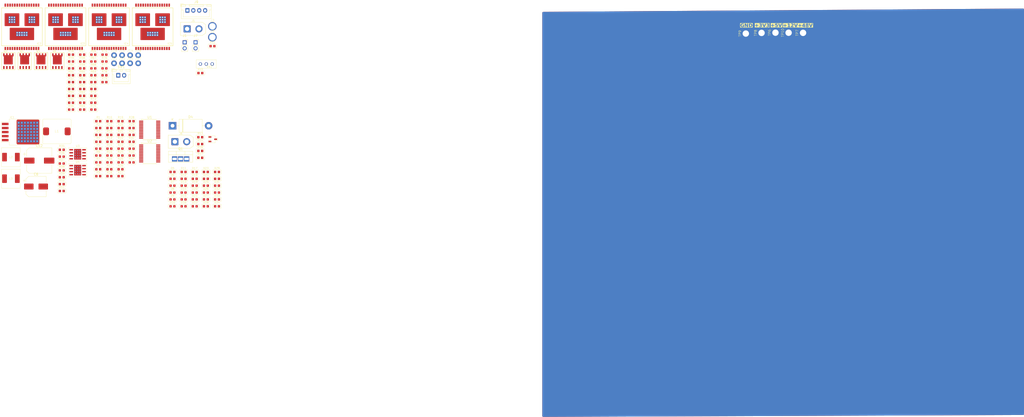
<source format=kicad_pcb>
(kicad_pcb (version 20240108) (generator "pcbnew") (generator_version "8.0")
  (layers (0 "F.Cu" signal) (31 "B.Cu" signal) (34 "B.Paste" user) (35 "F.Paste" user) (36 "B.SilkS" user "B.Silkscreen") (37 "F.SilkS" user "F.Silkscreen") (38 "B.Mask" user) (39 "F.Mask" user) (44 "Edge.Cuts" user))
  (net 0 "")
  (net 1 "GND")
  (net 2 "+12V")
  (net 3 "Net-(D3-K)")
  (net 4 "Net-(D4-A)")
  (net 5 "+48V")
  (net 6 "+3V3")
  (net 7 "Net-(IC1-FDBK)")
  (net 8 "Net-(IC1-COMP)")
  (net 9 "Net-(D3-A)")
  (net 10 "/motor driver/OUT B M1")
  (net 11 "/motor driver/OUT A M1")
  (net 12 "Net-(C17-Pad1)")
  (net 14 "/motor driver/CPM1")
  (net 16 "Net-(IC2-PWM)")
  (net 20 "Net-(IC2-INB)")
  (net 23 "Net-(IC2-ENB{slash}DIAGB)")
  (net 25 "Net-(IC2-ENA{slash}DIAGA)")
  (net 26 "Net-(IC2-INA)")
  (net 27 "Net-(C18-Pad1)")
  (net 28 "Net-(IC3-INB)")
  (net 29 "/motor driver/OUT A M3")
  (net 31 "/motor driver/OUT B M3")
  (net 33 "Net-(IC3-INA)")
  (net 35 "/motor driver/CPM3")
  (net 39 "Net-(IC3-ENB{slash}DIAGB)")
  (net 41 "Net-(IC3-PWM)")
  (net 42 "Net-(IC3-ENA{slash}DIAGA)")
  (net 45 "/motor driver/OUT A M2")
  (net 46 "Net-(C21-Pad1)")
  (net 47 "/motor driver/OUT B M2")
  (net 53 "Net-(IC4-INA)")
  (net 54 "Net-(IC4-ENA{slash}DIAGA)")
  (net 55 "Net-(IC4-INB)")
  (net 56 "Net-(IC4-ENB{slash}DIAGB)")
  (net 58 "Net-(IC4-PWM)")
  (net 59 "/motor driver/CPM2")
  (net 61 "Net-(IC5-INB)")
  (net 62 "Net-(C22-Pad1)")
  (net 63 "/motor driver/OUT B M4")
  (net 64 "/motor driver/OUT A M4")
  (net 66 "/motor driver/CPM4")
  (net 70 "Net-(IC5-ENB{slash}DIAGB)")
  (net 73 "Net-(IC5-INA)")
  (net 74 "Net-(IC5-ENA{slash}DIAGA)")
  (net 77 "Net-(IC5-PWM)")
  (net 78 "Net-(J1-Pin_1)")
  (net 79 "/connectors/LG")
  (net 80 "+5V")
  (net 81 "/connectors/L1 TX")
  (net 82 "/connectors/L1 RX")
  (net 83 "Net-(C10-Pad1)")
  (net 84 "Net-(D1-K)")
  (net 85 "Net-(D2-K)")
  (net 86 "Net-(C11-Pad1)")
  (net 87 "Net-(Q1-S)")
  (net 88 "Net-(Q1-G)")
  (net 89 "/solenoid activation circuit/solenoid activation/Sol")
  (net 90 "Net-(U1-I0)")
  (net 91 "Net-(U2-I0)")
  (net 92 "Net-(U1-I1)")
  (net 93 "Net-(U2-I1)")
  (net 94 "Net-(U1-I2)")
  (net 95 "/LED Ring/mux/M2")
  (net 96 "Net-(U2-I2)")
  (net 97 "/LED Ring/mux/M1")
  (net 98 "Net-(U1-I3)")
  (net 99 "Net-(U2-I3)")
  (net 100 "Net-(U1-I4)")
  (net 101 "Net-(U2-I4)")
  (net 102 "Net-(U1-I5)")
  (net 103 "Net-(U2-I5)")
  (net 104 "Net-(U1-I6)")
  (net 105 "Net-(U2-I6)")
  (net 106 "Net-(U1-I7)")
  (net 107 "Net-(U2-I7)")
  (net 108 "Net-(U1-I8)")
  (net 109 "Net-(U2-I8)")
  (net 110 "Net-(U1-I9)")
  (net 111 "Net-(U2-I9)")
  (net 112 "Net-(U1-I10)")
  (net 113 "Net-(U2-I10)")
  (net 114 "Net-(U1-I11)")
  (net 115 "Net-(U2-I11)")
  (net 116 "Net-(U1-I12)")
  (net 117 "Net-(U2-I12)")
  (net 118 "Net-(U1-I13)")
  (net 119 "Net-(U1-~{E})")
  (net 120 "Net-(U2-I13)")
  (net 121 "Net-(U2-~{E})")
  (net 122 "Net-(U1-I14)")
  (net 123 "Net-(U2-I14)")
  (net 124 "Net-(C7-Pad1)")
  (net 125 "Net-(U3-VSENSE)")
  (net 126 "Net-(U4-VSENSE)")
  (net 127 "Net-(SW2-C)")
  (net 128 "Net-(C16-Pad1)")
  (net 129 "/motor driver/M SW")
  (net 130 "/motor driver/M1 PWM")
  (net 131 "/motor driver/M3 PWM")
  (net 132 "/motor driver/M1 IN A")
  (net 133 "/motor driver/M1 IN B")
  (net 134 "/motor driver/M3 IN A")
  (net 135 "/motor driver/M3 IN B")
  (net 136 "/motor driver/M2 PWM")
  (net 137 "/motor driver/M4 PWM")
  (net 138 "/motor driver/M2 IN A")
  (net 139 "/motor driver/M2 IN B")
  (net 140 "/motor driver/M4 IN A")
  (net 141 "/motor driver/M4 IN B")
  (net 143 "/LED Ring/mux/S2")
  (net 144 "/LED Ring/mux/S1")
  (net 145 "/LED Ring/mux/S3")
  (net 146 "/LED Ring/mux/S0")
  (net 147 "/LED Ring/mux/LG")
  (net 150 "Net-(U3-BOOT)")
  (net 154 "Net-(U4-BOOT)")
  (footprint "2025:res0603" (layer "F.Cu") (at -159.125 79.25)
    (property "Reference" "R6")
    (property "Value" "3K24")
  )
  (footprint "2025:18 AWG" (layer "F.Cu") (at -152.455 40.3)
    (property "Reference" "J11")
    (property "Value" "Conn_01x01")
  )
  (footprint "2025:res0603" (layer "F.Cu") (at -156.505 42.45)
    (property "Reference" "R77")
    (property "Value" "1K")
  )
  (footprint "2025:res0603" (layer "F.Cu") (at -170.605 39.55)
    (property "Reference" "R49")
    (property "Value" "3K3")
  )
  (footprint "2025:ALS-PT19 (Top Side)" (layer "F.Cu") (at -154.425 67.65)
    (property "Reference" "R11")
    (property "Value" "C146233")
  )
  (footprint "2025:led0603" (layer "F.Cu") (at -118.375 86.18)
    (property "Reference" "D17")
    (property "Value" "LED")
  )
  (footprint "2025:SOT95P237X112-3N" (layer "F.Cu") (at -110.695 72.375)
    (property "Reference" "Q2" (hide yes))
    (property "Value" "IRLML6344TRPBF" (hide yes))
  )
  (footprint "2025:1040 One Piece Inductor" (layer "F.Cu") (at -176.60526 69.05026)
    (property "Reference" "L1")
    (property "Value" "68uH" (hide yes))
  )
  (footprint "2025:res0603" (layer "F.Cu") (at -145.025 76.35)
    (property "Reference" "R32")
    (property "Value" "10K")
  )
  (footprint "2025:res0603" (layer "F.Cu") (at -174.525 82.62)
    (property "Reference" "R37")
    (property "Value" "1K5")
  )
  (footprint "2025:ALS-PT19 (Top Side)" (layer "F.Cu") (at -154.425 85.05)
    (property "Reference" "R17")
    (property "Value" "C146233")
  )
  (footprint "2025:res0603" (layer "F.Cu") (at -165.905 59.85)
    (property "Reference" "R65")
    (property "Value" "3K3")
  )
  (footprint "2025:ALS-PT19 (Top Side)" (layer "F.Cu") (at -154.425 64.75)
    (property "Reference" "R10")
    (property "Value" "C146233")
  )
  (footprint "2025:res0603" (layer "F.Cu") (at -170.605 36.65)
    (property "Reference" "R48")
    (property "Value" "3K3")
  )
  (footprint "2025:18 AWG" (layer "F.Cu") (at -145.655 40.3)
    (property "Reference" "J15")
    (property "Value" "Conn_01x01")
  )
  (footprint "2025:res0603" (layer "F.Cu") (at -116.055 71.5)
    (property "Reference" "R43")
    (property "Value" "10K")
  )
  (footprint "2025:ALS-PT19 (Top Side)" (layer "F.Cu") (at -145.025 73.45)
    (property "Reference" "R31")
    (property "Value" "C146233")
  )
  (footprint "Connector_PinSocket_2.54mm:PinSocket_1x02_P2.54mm_Vertical" (layer "F.Cu") (at -118.03 31.445)
    (property "Reference" "J7")
    (property "Value" "LDR")
  )
  (footprint "2025:18 AWG" (layer "F.Cu") (at -152.455 36.9)
    (property "Reference" "J10")
    (property "Value" "Conn_01x01")
  )
  (footprint "2025:res0603" (layer "F.Cu") (at -161.205 45.35)
    (property "Reference" "R69")
    (property "Value" "3K3")
  )
  (footprint "2025:res0603" (layer "F.Cu") (at -161.205 36.65)
    (property "Reference" "R66")
    (property "Value" "10K")
  )
  (footprint "2025:res0603" (layer "F.Cu") (at -165.905 39.55)
    (property "Reference" "R58")
    (property "Value" "1K")
  )
  (footprint "2025:led0603" (layer "F.Cu") (at -118.375 100.68)
    (property "Reference" "D22")
    (property "Value" "LED")
  )
  (footprint "2025:res0603" (layer "F.Cu") (at -161.205 48.25)
    (property "Reference" "R70")
    (property "Value" "1K")
  )
  (footprint "2025:VNH5019A-E" (layer "F.Cu") (at -136.155 24.9)
    (property "Reference" "IC5")
    (property "Value" "VNH5019ATR-E" (hide yes))
  )
  (footprint "2025:8-DFN (5x6)" (layer "F.Cu") (at -190.205 39.4)
    (property "Reference" "Q4")
    (property "Value" "AON6354")
  )
  (footprint "2025:res0603" (layer "F.Cu") (at -145.025 70.55)
    (property "Reference" "R30")
    (property "Value" "10K")
  )
  (footprint "2025:led0603" (layer "F.Cu") (at -123.075 91.98)
    (property "Reference" "D13")
    (property "Value" "LED")
  )
  (footprint "2025:ALS-PT19 (Top Side)" (layer "F.Cu") (at -149.725 73.45)
    (property "Reference" "R22")
    (property "Value" "C146233")
  )
  (footprint "2025:led0603" (layer "F.Cu") (at -127.775 91.98)
    (property "Reference" "D7")
    (property "Value" "LED")
  )
  (footprint "2025:res0603" (layer "F.Cu") (at -165.905 45.35)
    (property "Reference" "R60")
    (property "Value" "1K")
  )
  (footprint "2025:res0603" (layer "F.Cu") (at -110.885 33.05)
    (property "Reference" "R42")
    (property "Value" "10k")
  )
  (footprint "2025:TO-220-3_Vertical" (layer "F.Cu") (at -126.89 80.695)
    (property "Reference" "Q1")
    (property "Value" "STP75NF75")
  )
  (footprint "Connector_JST:JST_XH_B4B-XH-A_1x04_P2.50mm_Vertical" (layer "F.Cu") (at -121.48 17.975)
    (property "Reference" "J9")
    (property "Value" "Conn_01x04")
  )
  (footprint "2025:res0603" (layer "F.Cu") (at -161.205 54.05)
    (property "Reference" "R72")
    (property "Value" "1K")
  )
  (footprint "2025:AMASS_XT30-F" (layer "F.Cu") (at -124.2615 73.4135)
    (property "Reference" "J6")
    (property "Value" "XT30")
  )
  (footprint "2025:TI_SO-PowerPAD-8" (layer "F.Cu") (at -167.825 78.72)
    (property "Reference" "U3")
    (property "Value" "TPS5430DDA")
  )
  (footprint "2025:res0603" (layer "F.Cu") (at -165.905 42.45)
    (property "Reference" "R59")
    (property "Value" "1K")
  )
  (footprint "2025:led0603" (layer "F.Cu") (at -118.375 94.88)
    (property "Reference" "D20")
    (property "Value" "LED")
  )
  (footprint "2025:led0603" (layer "F.Cu") (at -108.975 94.88)
    (property "Reference" "D32")
    (property "Value" "LED")
  )
  (footprint "2025:res0603" (layer "F.Cu") (at -170.605 42.45)
    (property "Reference" "R50")
    (property "Value" "10K")
  )
  (footprint "2025:ALS-PT19 (Top Side)" (layer "F.Cu") (at -145.025 67.65)
    (property "Reference" "R29")
    (property "Value" "C146233")
  )
  (footprint "2025:led0603" (layer "F.Cu") (at -127.775 86.18)
    (property "Reference" "D5")
    (property "Value" "LED")
  )
  (footprint "2025:ALS-PT19 (Top Side)" (layer "F.Cu") (at -145.025 64.75)
    (property "Reference" "R28")
    (property "Value" "C146233")
  )
  (footprint "2025:ALS-PT19 (Top Side)" (layer "F.Cu") (at -159.125 82.15)
    (property "Reference" "R7")
    (property "Value" "C146233")
  )
  (footprint "2025:res0603" (layer "F.Cu") (at -170.605 56.95)
    (property "Reference" "R55")
    (property "Value" "1K")
  )
  (footprint "2025:18 AWG" (layer "F.Cu") (at -149.055 40.3)
    (property "Reference" "J13")
    (property "Value" "Conn_01x01")
  )
  (footprint "2025:res0603" (layer "F.Cu") (at -161.205 51.15)
    (property "Reference" "R71")
    (property "Value" "1K")
  )
  (footprint "2025:14 AWG" (layer "F.Cu") (at 126.85 27.375 90)
    (property "Reference" "TP6")
    (property "Value" "5V" (hide yes))
  )
  (footprint "Diode_THT:D_DO-201AD_P15.24mm_Horizontal" (layer "F.Cu") (at -127.75 66.675)
    (property "Reference" "D4")
    (property "Value" "1N5401")
  )
  (footprint "2025:ALS-PT19 (Top Side)" (layer "F.Cu") (at -154.425 73.45)
    (property "Reference" "R13")
    (property "Value" "C146233")
  )
  (footprint "2025:led0603" (layer "F.Cu") (at -113.675 100.68)
    (property "Reference" "D28")
    (property "Value" "LED")
  )
  (footprint "2025:res0603" (layer "F.Cu") (at -170.605 48.25)
    (property "Reference" "R52")
    (property "Value" "3K3")
  )
  (footprint "2025:res0603" (layer "F.Cu") (at -116.005 44.42)
    (property "Reference" "R45")
    (property "Value" "20k")
  )
  (footprint "2025:led0603" (layer "F.Cu") (at -118.375 91.98)
    (property "Reference" "D19")
    (property "Value" "LED")
  )
  (footprint "2025:ALS-PT19 (Top Side)" (layer "F.Cu") (at -149.725 87.95)
    (property "Reference" "R27")
    (property "Value" "C146233")
  )
  (footprint "2025:ALS-PT19 (Top Side)" (layer "F.Cu") (at -149.725 70.55)
    (property "Reference" "R21")
    (property "Value" "C146233")
  )
  (footprint "2025:ALS-PT19 (Top Side)" (layer "F.Cu") (at -159.125 87.95)
    (property "Reference" "R9")
    (property "Value" "C146233")
  )
  (footprint "2025:led0603" (layer "F.Cu") (at -123.075 94.88)
    (property "Reference" "D14")
    (property "Value" "LED")
  )
  (footprint "2025:led0603" (layer "F.Cu") (at -127.775 100.68)
    (property "Reference" "D10")
    (property "Value" "LED")
  )
  (footprint "2025:ALS-PT19 (Top Side)" (layer "F.Cu") (at -159.125 76.35)
    (property "Reference" "R5")
    (property "Value" "C146233")
  )
  (footprint "2025:VNH5019A-E" (layer "F.Cu") (at -154.555 24.9)
    (property "Reference" "IC4")
    (property "Value" "VNH5019ATR-E" (hide yes))
  )
  (footprint "2025:ALS-PT19 (Top Side)" (layer "F.Cu") (at -159.125 64.75)
    (property "Reference" "R1")
    (property "Value" "C146233")
  )
  (footprint "2025:ALS-PT19 (Top Side)" (layer "F.Cu") (at -154.425 76.35)
    (property "Reference" "R14")
    (property "Value" "C146233")
  )
  (footprint "2025:res0603" (layer "F.Cu") (at -156.505 39.55)
    (property "Reference" "R76")
    (property "Value" "1K")
  )
  (footprint "2025:res0603" (layer "F.Cu") (at -174.525 91.32)
    (property "Reference" "R40")
    (property "Value" "10K")
  )
  (footprint "2025:res0603" (layer "F.Cu") (at -161.205 42.45)
    (property "Reference" "R68")
    (property "Value" "3K3")
  )
  (footprint "2025:14 AWG" (layer "F.Cu") (at 114.325 27.75 90)
    (property "Reference" "TP9")
    (property "Value" "GND" (hide yes))
  )
  (footprint "2025:led0603" (layer "F.Cu") (at -123.075 100.68)
    (property "Reference" "D16")
    (property "Value" "LED")
  )
  (footprint "2025:AMASS_XT30-F" (layer "F.Cu") (at -119.0915 25.7635)
    (property "Reference" "J5")
    (property "Value" "Conn_01x02")
  )
  (footprint "2025:18 AWG" (layer "F.Cu") (at -142.255 36.9)
    (property "Reference" "J16")
    (property "Value" "Conn_01x01")
  )
  (footprint "2025:ALS-PT19 (Top Side)" (layer "F.Cu") (at -159.125 73.45)
    (property "Reference" "R4")
    (property "Value" "C146233")
  )
  (footprint "2025:res0603" (layer "F.Cu") (at -161.205 59.85)
    (property "Reference" "R74")
    (property "Value" "1K")
  )
  (footprint "2025:res0603" (layer "F.Cu") (at -165.905 48.25)
    (property "Reference" "R61")
    (property "Value" "1K")
  )
  (footprint "2025:ALS-PT19 (Top Side)" (layer "F.Cu") (at -145.025 82.15)
    (property "Reference" "R34")
    (property "Value" "C146233")
  )
  (footprint "Package_SO:SSOP-24_5.3x8.2mm_P0.65mm" (layer "F.Cu") (at -137.4 78.375)
    (property "Reference" "U2")
    (property "Value" "CD74HC4067SM")
  )
  (footprint "2025:res0603" (layer "F.Cu") (at -156.505 36.65)
    (property "Reference" "R75")
    (property "Value" "1K")
  )
  (footprint "2025:res0603" (layer "F.Cu") (at -161.205 39.55)
    (property "Reference" "R67")
    (property "Value" "10K")
  )
  (footprint "2025:14 AWG" (layer "F.Cu") (at 132.4 27.4 90)
    (property "Reference" "TP10")
    (property "Value" "12V" (hide yes))
  )
  (footprint "2025:18 AWG" (layer "F.Cu") (at -142.255 40.3)
    (property "Reference" "J17")
    (property "Value" "Conn_01x01")
  )
  (footprint "2025:8-DFN (5x6)" (layer "F.Cu") (at -183.305 39.4)
    (property "Reference" "Q5")
    (property "Value" "AON6354")
  )
  (footprint "2025:res0603" (layer "F.Cu") (at -116.055 74.4)
    (property "Reference" "R44")
    (property "Value" "1K")
  )
  (footprint "2025:ALS-PT19 (Top Side)" (layer "F.Cu") (at -149.725 82.15)
    (property "Reference" "R25")
    (property "Value" "C146233")
  )
  (footprint "2025:res0603" (layer "F.Cu") (at -170.605 45.35)
    (property "Reference" "R51")
    (property "Value" "10K")
  )
  (footprint "2025:led0603" (layer "F.Cu") (at -113.675 86.18)
    (property "Reference" "D23")
    (property "Value" "LED")
  )
  (footprint "2025:led0603" (layer "F.Cu") (at -123.075 97.78)
    (property "Reference" "D15")
    (property "Value" "LED")
  )
  (footprint "2025:ALS-PT19 (Top Side)" (layer "F.Cu") (at -149.725 64.75)
    (property "Reference" "R19")
    (property "Value" "C146233")
  )
  (footprint "2025:res0603" (layer "F.Cu") (at -174.525 79.72)
    (property "Reference" "R36")
    (property "Value" "57K")
  )
  (footprint "2025:res0603" (layer "F.Cu") (at -165.905 54.05)
    (property "Reference" "R63")
    (property "Value" "1K")
  )
  (footprint "2025:res0603" (layer "F.Cu") (at -116.055 77.3)
    (property "Reference" "R46")
    (property "Value" "1K")
  )
  (footprint "2025:led0603" (layer "F.Cu") (at -108.975 91.98)
    (property "Reference" "D31")
    (property "Value" "LED")
  )
  (footprint "2025:led0603" (layer "F.Cu") (at -118.375 89.08)
    (property "Reference" "D18")
    (property "Value" "LED")
  )
  (footprint "2025:18 AWG" (layer "F.Cu") (at -145.655 36.9)
    (property "Reference" "J14")
    (property "Value" "Conn_01x01")
  )
  (footprint "2025:led0603" (layer "F.Cu") (at -113.675 89.08)
    (property "Reference" "D24")
    (property "Value" "LED")
  )
  (footprint "2025:VNH5019A-E" (layer "F.Cu") (at -191.355 24.9)
    (property "Reference" "IC2")
    (property "Value" "VNH5019ATR-E" (hide yes))
  )
  (footprint "2025:18 AWG" (layer "F.Cu") (at -149.055 36.9)
    (property "Reference" "J12")
    (property "Value" "Conn_01x01")
  )
  (footprint "2025:led0603" (layer "F.Cu") (at -127.775 94.88)
    (property "Reference" "D8")
    (property "Value" "LED")
  )
  (footprint "2025:res0603" (layer "F.Cu") (at -156.505 48.25)
    (property "Reference" "R79")
    (property "Value" "1K")
  )
  (footprint "2025:led0603" (layer "F.Cu") (at -108.975 89.08)
    (property "Reference" "D30")
    (property "Value" "LED")
  )
  (footprint "2025:led0603" (layer "F.Cu") (at -113.675 94.88)
    (property "Reference" "D26")
    (property "Value" "LED")
  )
  (footprint "Capacitor_SMD:CP_Elec_10x10.5" (layer "F.Cu") (at -184.045 81.395)
    (property "Reference" "C12")
    (property "Value" "220uF")
  )
  (footprint "2025:VNH5019A-E" (layer "F.Cu") (at -172.955 24.9)
    (property "Reference" "IC3")
    (property "Value" "VNH5019ATR-E" (hide yes))
  )
  (footprint "2025:14 AWG" (layer "F.Cu") (at 138.5 27.45 90)
    (property "Reference" "TP7")
    (property "Value" "48V" (hide yes))
  )
  (footprint "2025:ALS-PT19 (Top Side)" (layer "F.Cu") (at -154.425 79.25)
    (property "Reference" "R15")
    (property "Value" "C146233")
  )
  (footprint "2025:14 AWG" (layer "F.Cu") (at -110.935 24.7)
    (property "Reference" "J2")
    (property "Value" "Conn_01x01" (hide yes))
  )
  (footprint "Capacitor_SMD:CP_Elec_8x6.5" (layer "F.Cu") (at -185.395 92.345)
    (property "Reference" "C6")
    (property "Value" "100u")
  )
  (footprint "2025:led0603" (layer "F.Cu") (at -123.075 86.18)
    (property "Reference" "D11")
    (property "Value" "LED")
  )
  (footprint "2025:ALS-PT19 (Top Side)" (layer "F.Cu") (at -159.125 67.65)
    (property "Reference" "R2")
    (property "Value" "C146233")
  )
  (footprint "2025:ALS-PT19 (Top Side)" (layer "F.Cu") (at -149.725 79.25)
    (property "Reference" "R24")
    (property "Value" "C146233")
  )
  (footprint "2025:0630 One Piece Inductor" (layer "F.Cu") (at -196.005 89.02)
    (property "Reference" "L3")
    (property "Value" "15uH")
  )
  (footprint "2025:led0603" (layer "F.Cu") (at -108.975 97.78)
    (property "Reference" "D33")
    (property "Value" "LED")
  )
  (footprint "2025:ALS-PT19 (Top Side)" (layer "F.Cu") (at -149.725 76.35)
    (property "Reference" "R23")
    (property "Value" "C146233")
  )
  (footprint "2025:0630 One Piece Inductor" (layer "F.Cu") (at -196.005 79.92)
    (property "Reference" "L2")
    (property "Value" "15uH")
  )
  (footprint "2025:res0603" (layer "F.Cu") (at -174.525 88.42)
    (property "Reference" "R39")
    (property "Value" "5K9")
  )
  (footprint "2025:led0603" (layer "F.Cu") (at -118.375 97.78)
    (property "Reference" "D21")
    (property "Value" "LED")
  )
  (footprint "2025:ALS-PT19 (Top Side)" (layer "F.Cu") (at -154.425 87.95)
    (property "Reference" "R18")
    (property "Value" "C146233")
  )
  (footprint "2025:14 AWG" (layer "F.Cu") (at 120.975 27.475 90)
    (property "Reference" "TP8")
    (property "Value" "3v3" (hide yes))
  )
  (footprint "2025:8-DFN (5x6)" (layer "F.Cu") (at -176.405 39.4)
    (property "Reference" "Q6")
    (property "Value" "AON6354")
  )
  (footprint "2025:ALS-PT19 (Top Side)" (layer "F.Cu") (at -149.725 85.05)
    (property "Reference" "R26")
    (property "Value" "C146233")
  )
  (footprint "2025:res0603" (layer "F.Cu") (at -165.905 51.15)
    (property "Reference" "R62")
    (property "Value" "1K")
  )
  (footprint "2025:res0603" (layer "F.Cu") (at -161.205 56.95)
    (property "Reference" "R73")
    (property "Value" "1K")
  )
  (footprint "2025:ALS-PT19 (Top Side)" (layer "F.Cu") (at -154.425 70.55)
    (property "Reference" "R12")
    (property "Value" "C146233")
  )
  (footprint "2025:res0603" (layer "F.Cu") (at -170.605 54.05)
    (property "Reference" "R54")
    (property "Value" "1K")
  )
  (footprint "2025:res0603" (layer "F.Cu") (at -170.605 51.15)
    (property "Reference" "R53")
    (property "Value" "3K3")
  )
  (footprint "2025:ALS-PT19 (Top Side)" (layer "F.Cu") (at -159.125 70.55)
    (property "Reference" "R3")
    (property "Value" "C146233")
  )
  (footprint "2025:led0603" (layer "F.Cu") (at -127.775 89.08)
    (property "Reference" "D6")
    (property "Value" "LED")
  )
  (footprint "2025:led0603" (layer "F.Cu") (at -127.775 97.78)
    (property "Reference" "D9")
    (property "Value" "LED")
  )
  (footprint "2025:ALS-PT19 (Top Side)" (layer "F.Cu") (at -145.025 79.25)
    (property "Reference" "R33")
    (property "Value" "C146233")
  )
  (footprint "2025:res0603" (layer "F.Cu") (at -174.525 85.52)
    (property "Reference" "R38")
    (property "Value" "10K")
  )
  (footprint "2025:TI_SO-PowerPAD-8" (layer "F.Cu") (at -167.825 85.42)
    (property "Reference" "U4")
    (property "Value" "TPS5430DDA")
  )
  (footprint "2025:ALS-PT19 (Top Side)" (layer "F.Cu") (at -149.725 67.65)
    (property "Reference" "R20")
    (property "Value" "C146233")
  )
  (footprint "2025:led0603" (layer "F.Cu") (at -113.675 91.98)
    (property "Reference" "D25")
    (property "Value" "LED")
  )
  (footprint "2025:res0603" (layer "F.Cu") (at -174.525 76.82)
    (property "Reference" "R35")
    (property "Value" "2k94")
  )
  (footprint "2025:SS12D00G3" (layer "F.Cu") (at -113.487 40.62)
    (property "Reference" "SW2")
    (property "Value" "SW_SPDT" (hide yes))
  )
  (footprint "2025:res0603" (layer "F.Cu") (at -156.505 45.35)
    (property "Reference" "R78")
    (property "Value" "1K")
  )
  (footprint "2025:res0603" (layer "F.Cu") (at -165.905 36.65)
    (property "Reference" "R57")
    (property "Value" "1K")
  )
  (footprint "2025:led0603" (layer "F.Cu") (at -108.975 100.68)
    (property "Reference" "D34")
    (property "Value" "LED")
  )
  (footprint "Connector_PinSocket_2.54mm:PinSocket_1x02_P2.54mm_Vertical" (layer "F.Cu") (at -122.63 31.445)
    (property "Reference" "J1")
    (property "Value" "LED")
  )
  (footprint "Connector_JST:JST_XH_B2B-XH-A_1x02_P2.50mm_Vertical" (layer "F.Cu") (at -150.68 45.375)
    (property "Reference" "SW1")
    (property "Value" "SW_SPST")
  )
  (footprint "2025:led0603" (layer "F.Cu") (at -113.675 97.78)
    (property "Reference" "D27")
    (property "Value" "LED")
  )
  (footprint "2025:res0603" (layer "F.Cu") (at -170.605 59.85)
    (property "Reference" "R56")
    (property "Value" "1K")
  )
  (footprint "2025:led0603" (layer "F.Cu") (at -123.075 89.08)
    (property "Reference" "D12")
    (property "Value" "LED")
  )
  (footprint "Package_SO:SSOP-24_5.3x8.2mm_P0.65mm" (layer "F.Cu") (at -137.4 68.325)
    (property "Reference" "U1")
    (property "Value" "CD74HC4067SM")
  )
  (footprint "2025:TO170P1435X465-6N" (layer "F.Cu") (at -192.205 69.3364)
    (property "Reference" "IC1")
    (property "Value" "LM2587S-ADJ" (hide yes))
  )
  (footprint "2025:led0603" (layer "F.Cu") (at -108.975 86.18)
    (property "Reference" "D29")
    (property "Value" "LED")
  )
  (footprint "2025:res0603" (layer "F.Cu") (at -174.525 94.22)
    (property "Reference" "R41")
    (property "Value" "3K24")
  )
  (footprint "2025:14 AWG" (layer "F.Cu") (at -110.935 29.3)
    (property "Reference" "J3")
    (property "Value" "Conn_01x01" (hide yes))
  )
  (footprint "2025:res0603" (layer "F.Cu") (at -159.125 85.05)
    (property "Reference" "R8")
    (property "Value" "3K24")
  )
  (footprint "2025:8-DFN (5x6)" (layer "F.Cu") (at -197.105 39.4)
    (property "Reference" "Q3")
    (property "Value" "AON6354")
  )
  (footprint "2025:res0603" (layer "F.Cu") (at -116.055 80.2)
    (property "Reference" "R47")
    (property "Value" "20R")
  )
  (footprint "2025:res0603" (layer "F.Cu") (at -165.905 56.95)
    (property "Reference" "R64")
    (property "Value" "3K3")
  )
  (footprint "2025:ALS-PT19 (Top Side)" (layer "F.Cu") (at -154.425 82.15)
    (property "Reference" "R16")
    (property "Value" "C146233")
  )
  (gr_text "GND" (at 111.975 24.4 0) (layer "F.SilkS" knockout) (effects (font (size 1.5 1.5) (thickness 0.3) (bold yes)) (justify left)))
  (gr_text "+5V" (at 124.775 24.375 0) (layer "F.SilkS" knockout) (effects (font (size 1.5 1.5) (thickness 0.3) (bold yes)) (justify left)))
  (gr_text "+48V" (at 136.275 24.4 0) (layer "F.SilkS" knockout) (effects (font (size 1.5 1.5) (thickness 0.3) (bold yes)) (justify left)))
  (gr_text "+12V" (at 130 24.4 0) (layer "F.SilkS" knockout) (effects (font (size 1.5 1.5) (thickness 0.3) (bold yes)) (justify left)))
  (gr_text "+3V3" (at 118.05 24.375 0) (layer "F.SilkS" knockout) (effects (font (size 1.5 1.5) (thickness 0.3) (bold yes)) (justify left)))
  (zone (net 1) (net_name "GND") (layers "F&B.Cu") (connect_pads yes (clearance 0.25)) (min_thickness 0.25) (fill yes (thermal_gap 0.5) (thermal_bridge_width 0.5) (smoothing chamfer) (radius 0.25))
    (polygon (pts (xy 28.4 189.6) (xy 231.8 188.8) (xy 231.8 17.2) (xy 28.4 18.6)))
  )
)
</source>
